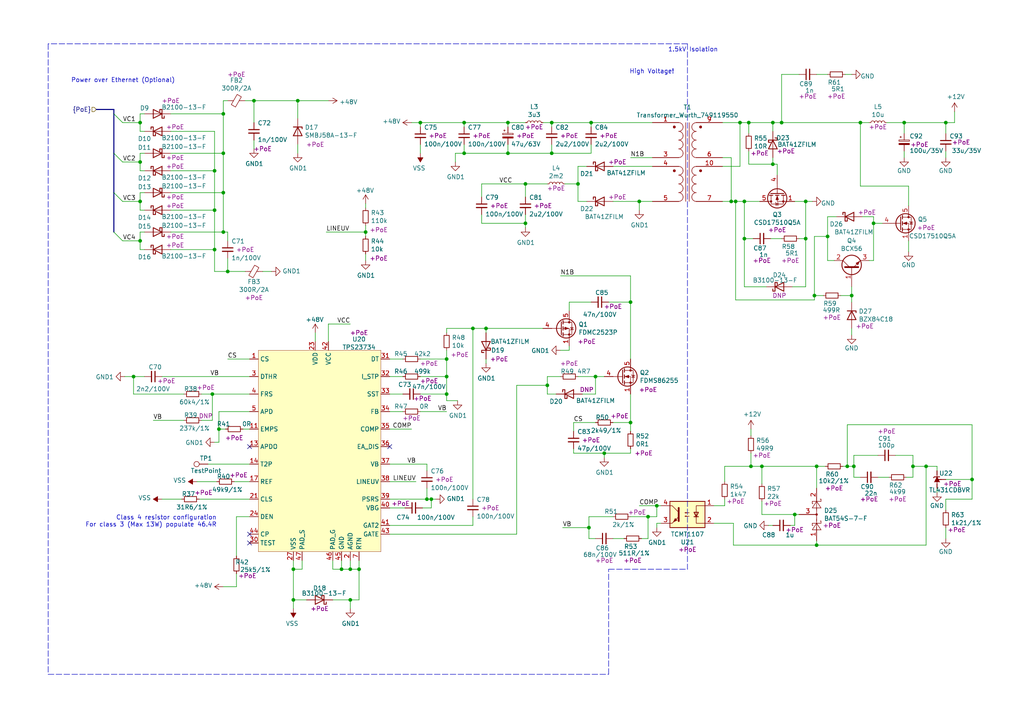
<source format=kicad_sch>
(kicad_sch (version 20210123) (generator eeschema)
  (paper "A4")
  (title_block (title "Power over Ethernet") (date "2021-01-12") (rev "0.1") (company "Nabu Casa") (comment 1 "www.nabucasa.com") (comment 2 "Light Blue"))
  (junction (at 38.735 109.22) (diameter 0.9144))
  (junction (at 40.64 35.56) (diameter 0.9144))
  (junction (at 40.64 46.99) (diameter 0.9144))
  (junction (at 40.64 58.42) (diameter 0.9144))
  (junction (at 40.64 69.85) (diameter 0.9144))
  (junction (at 61.595 114.3) (diameter 0.9144))
  (junction (at 62.23 49.53) (diameter 0.9144))
  (junction (at 62.23 60.96) (diameter 0.9144))
  (junction (at 62.23 72.39) (diameter 0.9144))
  (junction (at 63.5 124.46) (diameter 0.9144))
  (junction (at 64.77 33.02) (diameter 0.9144))
  (junction (at 64.77 44.45) (diameter 0.9144))
  (junction (at 64.77 55.88) (diameter 0.9144))
  (junction (at 64.77 67.31) (diameter 0.9144))
  (junction (at 66.04 78.74) (diameter 0.9144))
  (junction (at 73.66 29.21) (diameter 0.9144))
  (junction (at 85.09 165.1) (diameter 0.9144))
  (junction (at 85.09 173.99) (diameter 0.9144))
  (junction (at 86.36 29.21) (diameter 0.9144))
  (junction (at 99.06 165.1) (diameter 0.9144))
  (junction (at 101.6 165.1) (diameter 0.9144))
  (junction (at 101.6 173.99) (diameter 0.9144))
  (junction (at 104.14 165.1) (diameter 0.9144))
  (junction (at 106.045 67.31) (diameter 0.9144))
  (junction (at 121.92 35.56) (diameter 0.9144))
  (junction (at 123.825 144.78) (diameter 0.9144))
  (junction (at 125.095 144.78) (diameter 0.9144))
  (junction (at 129.54 104.14) (diameter 0.9144))
  (junction (at 129.54 109.22) (diameter 0.9144))
  (junction (at 129.54 114.3) (diameter 0.9144))
  (junction (at 134.62 35.56) (diameter 0.9144))
  (junction (at 134.62 44.45) (diameter 0.9144))
  (junction (at 137.16 95.25) (diameter 0.9144))
  (junction (at 140.97 95.25) (diameter 0.9144))
  (junction (at 147.32 35.56) (diameter 0.9144))
  (junction (at 147.32 44.45) (diameter 0.9144))
  (junction (at 152.4 53.34) (diameter 0.9144))
  (junction (at 152.4 64.77) (diameter 0.9144))
  (junction (at 158.75 111.76) (diameter 0.9144))
  (junction (at 160.02 35.56) (diameter 0.9144))
  (junction (at 160.02 44.45) (diameter 0.9144))
  (junction (at 167.64 53.34) (diameter 0.9144))
  (junction (at 170.815 153.035) (diameter 0.9144))
  (junction (at 171.45 35.56) (diameter 0.9144))
  (junction (at 172.72 109.22) (diameter 0.9144))
  (junction (at 175.26 131.445) (diameter 0.9144))
  (junction (at 182.88 87.63) (diameter 0.9144))
  (junction (at 182.88 122.555) (diameter 0.9144))
  (junction (at 185.42 58.42) (diameter 0.9144))
  (junction (at 187.96 149.86) (diameter 0.9144))
  (junction (at 190.5 146.685) (diameter 0.9144))
  (junction (at 212.09 58.42) (diameter 0.9144))
  (junction (at 213.36 58.42) (diameter 0.9144))
  (junction (at 214.63 35.56) (diameter 0.9144))
  (junction (at 215.9 58.42) (diameter 0.9144))
  (junction (at 215.9 69.215) (diameter 0.9144))
  (junction (at 217.17 35.56) (diameter 0.9144))
  (junction (at 217.805 135.255) (diameter 0.9144))
  (junction (at 220.98 135.255) (diameter 0.9144))
  (junction (at 224.155 35.56) (diameter 0.9144))
  (junction (at 224.155 47.625) (diameter 0.9144))
  (junction (at 226.695 35.56) (diameter 0.9144))
  (junction (at 230.505 149.225) (diameter 0.9144))
  (junction (at 233.68 58.42) (diameter 0.9144))
  (junction (at 233.68 69.215) (diameter 0.9144))
  (junction (at 236.22 85.725) (diameter 0.9144))
  (junction (at 236.855 135.255) (diameter 0.9144))
  (junction (at 236.855 158.115) (diameter 0.9144))
  (junction (at 240.03 68.58) (diameter 0.9144))
  (junction (at 245.745 135.255) (diameter 0.9144))
  (junction (at 247.015 85.725) (diameter 0.9144))
  (junction (at 247.65 135.255) (diameter 0.9144))
  (junction (at 249.555 35.56) (diameter 0.9144))
  (junction (at 253.365 64.77) (diameter 0.9144))
  (junction (at 262.255 35.56) (diameter 0.9144))
  (junction (at 264.795 135.255) (diameter 0.9144))
  (junction (at 268.605 135.255) (diameter 0.9144))
  (junction (at 274.32 35.56) (diameter 0.9144))
  (junction (at 281.94 139.065) (diameter 0.9144))
  (no_connect (at 72.39 129.54))
  (no_connect (at 72.39 154.94))
  (no_connect (at 72.39 157.48))
  (no_connect (at 113.03 129.54))
  (bus_entry (at 33.02 33.02) (size 2.54 2.54) (stroke (width 0.1524)))
  (bus_entry (at 33.02 44.45) (size 2.54 2.54) (stroke (width 0.1524)))
  (bus_entry (at 33.02 55.88) (size 2.54 2.54) (stroke (width 0.1524)))
  (bus_entry (at 33.02 67.31) (size 2.54 2.54) (stroke (width 0.1524)))
  (wire (pts (xy 35.56 35.56) (xy 40.64 35.56)))
  (wire (pts (xy 35.56 46.99) (xy 40.64 46.99)))
  (wire (pts (xy 35.56 58.42) (xy 40.64 58.42)))
  (wire (pts (xy 35.56 69.85) (xy 40.64 69.85)))
  (wire (pts (xy 36.195 109.22) (xy 38.735 109.22)))
  (wire (pts (xy 38.735 109.22) (xy 41.91 109.22)))
  (wire (pts (xy 38.735 114.3) (xy 38.735 109.22)))
  (wire (pts (xy 40.64 33.02) (xy 40.64 35.56)))
  (wire (pts (xy 40.64 38.1) (xy 40.64 35.56)))
  (wire (pts (xy 40.64 44.45) (xy 40.64 46.99)))
  (wire (pts (xy 40.64 49.53) (xy 40.64 46.99)))
  (wire (pts (xy 40.64 55.88) (xy 40.64 58.42)))
  (wire (pts (xy 40.64 60.96) (xy 40.64 58.42)))
  (wire (pts (xy 40.64 67.31) (xy 40.64 69.85)))
  (wire (pts (xy 40.64 72.39) (xy 40.64 69.85)))
  (wire (pts (xy 41.91 33.02) (xy 40.64 33.02)))
  (wire (pts (xy 41.91 38.1) (xy 40.64 38.1)))
  (wire (pts (xy 41.91 44.45) (xy 40.64 44.45)))
  (wire (pts (xy 41.91 49.53) (xy 40.64 49.53)))
  (wire (pts (xy 41.91 55.88) (xy 40.64 55.88)))
  (wire (pts (xy 41.91 60.96) (xy 40.64 60.96)))
  (wire (pts (xy 41.91 67.31) (xy 40.64 67.31)))
  (wire (pts (xy 41.91 72.39) (xy 40.64 72.39)))
  (wire (pts (xy 44.45 121.92) (xy 53.34 121.92)))
  (wire (pts (xy 46.99 109.22) (xy 72.39 109.22)))
  (wire (pts (xy 46.99 144.78) (xy 52.705 144.78)))
  (wire (pts (xy 49.53 33.02) (xy 64.77 33.02)))
  (wire (pts (xy 49.53 38.1) (xy 62.23 38.1)))
  (wire (pts (xy 49.53 44.45) (xy 64.77 44.45)))
  (wire (pts (xy 49.53 49.53) (xy 62.23 49.53)))
  (wire (pts (xy 49.53 55.88) (xy 64.77 55.88)))
  (wire (pts (xy 49.53 60.96) (xy 62.23 60.96)))
  (wire (pts (xy 49.53 67.31) (xy 64.77 67.31)))
  (wire (pts (xy 49.53 72.39) (xy 62.23 72.39)))
  (wire (pts (xy 53.34 114.3) (xy 38.735 114.3)))
  (wire (pts (xy 57.15 139.7) (xy 62.865 139.7)))
  (wire (pts (xy 57.785 144.78) (xy 72.39 144.78)))
  (wire (pts (xy 58.42 114.3) (xy 61.595 114.3)))
  (wire (pts (xy 58.42 121.92) (xy 61.595 121.92)))
  (wire (pts (xy 60.325 134.62) (xy 72.39 134.62)))
  (wire (pts (xy 61.595 114.3) (xy 72.39 114.3)))
  (wire (pts (xy 61.595 121.92) (xy 61.595 114.3)))
  (wire (pts (xy 62.23 38.1) (xy 62.23 49.53)))
  (wire (pts (xy 62.23 49.53) (xy 62.23 60.96)))
  (wire (pts (xy 62.23 60.96) (xy 62.23 72.39)))
  (wire (pts (xy 62.23 72.39) (xy 62.23 78.74)))
  (wire (pts (xy 62.23 78.74) (xy 66.04 78.74)))
  (wire (pts (xy 63.5 119.38) (xy 63.5 124.46)))
  (wire (pts (xy 63.5 119.38) (xy 72.39 119.38)))
  (wire (pts (xy 63.5 124.46) (xy 63.5 128.27)))
  (wire (pts (xy 63.5 124.46) (xy 65.405 124.46)))
  (wire (pts (xy 63.5 128.27) (xy 62.23 128.27)))
  (wire (pts (xy 64.77 29.21) (xy 64.77 33.02)))
  (wire (pts (xy 64.77 29.21) (xy 66.04 29.21)))
  (wire (pts (xy 64.77 33.02) (xy 64.77 44.45)))
  (wire (pts (xy 64.77 44.45) (xy 64.77 55.88)))
  (wire (pts (xy 64.77 55.88) (xy 64.77 67.31)))
  (wire (pts (xy 64.77 67.31) (xy 66.04 67.31)))
  (wire (pts (xy 66.04 67.31) (xy 66.04 69.85)))
  (wire (pts (xy 66.04 74.93) (xy 66.04 78.74)))
  (wire (pts (xy 66.04 78.74) (xy 71.12 78.74)))
  (wire (pts (xy 66.04 104.14) (xy 72.39 104.14)))
  (wire (pts (xy 67.945 139.7) (xy 72.39 139.7)))
  (wire (pts (xy 68.58 149.86) (xy 68.58 161.29)))
  (wire (pts (xy 68.58 166.37) (xy 68.58 170.18)))
  (wire (pts (xy 68.58 170.18) (xy 64.77 170.18)))
  (wire (pts (xy 70.485 124.46) (xy 72.39 124.46)))
  (wire (pts (xy 71.12 29.21) (xy 73.66 29.21)))
  (wire (pts (xy 72.39 149.86) (xy 68.58 149.86)))
  (wire (pts (xy 73.66 29.21) (xy 73.66 35.56)))
  (wire (pts (xy 73.66 29.21) (xy 86.36 29.21)))
  (wire (pts (xy 73.66 40.64) (xy 73.66 43.18)))
  (wire (pts (xy 76.2 78.74) (xy 78.74 78.74)))
  (wire (pts (xy 85.09 165.1) (xy 85.09 162.56)))
  (wire (pts (xy 85.09 165.1) (xy 85.09 173.99)))
  (wire (pts (xy 85.09 173.99) (xy 85.09 176.53)))
  (wire (pts (xy 85.09 173.99) (xy 88.9 173.99)))
  (wire (pts (xy 86.36 29.21) (xy 95.25 29.21)))
  (wire (pts (xy 86.36 34.29) (xy 86.36 29.21)))
  (wire (pts (xy 86.36 41.91) (xy 86.36 44.45)))
  (wire (pts (xy 87.63 162.56) (xy 87.63 165.1)))
  (wire (pts (xy 87.63 165.1) (xy 85.09 165.1)))
  (wire (pts (xy 91.44 96.52) (xy 91.44 99.06)))
  (wire (pts (xy 94.615 67.31) (xy 106.045 67.31)))
  (wire (pts (xy 95.25 93.98) (xy 101.6 93.98)))
  (wire (pts (xy 95.25 99.06) (xy 95.25 93.98)))
  (wire (pts (xy 96.52 162.56) (xy 96.52 165.1)))
  (wire (pts (xy 96.52 165.1) (xy 99.06 165.1)))
  (wire (pts (xy 96.52 173.99) (xy 101.6 173.99)))
  (wire (pts (xy 99.06 162.56) (xy 99.06 165.1)))
  (wire (pts (xy 99.06 165.1) (xy 101.6 165.1)))
  (wire (pts (xy 101.6 162.56) (xy 101.6 165.1)))
  (wire (pts (xy 101.6 165.1) (xy 104.14 165.1)))
  (wire (pts (xy 101.6 173.99) (xy 101.6 176.53)))
  (wire (pts (xy 104.14 165.1) (xy 104.14 162.56)))
  (wire (pts (xy 104.14 165.1) (xy 104.14 173.99)))
  (wire (pts (xy 104.14 173.99) (xy 101.6 173.99)))
  (wire (pts (xy 106.045 59.055) (xy 106.045 60.325)))
  (wire (pts (xy 106.045 65.405) (xy 106.045 67.31)))
  (wire (pts (xy 106.045 67.31) (xy 106.045 68.58)))
  (wire (pts (xy 106.045 73.66) (xy 106.045 75.565)))
  (wire (pts (xy 113.03 104.14) (xy 116.84 104.14)))
  (wire (pts (xy 113.03 109.22) (xy 116.84 109.22)))
  (wire (pts (xy 113.03 114.3) (xy 116.84 114.3)))
  (wire (pts (xy 113.03 119.38) (xy 116.84 119.38)))
  (wire (pts (xy 113.03 124.46) (xy 119.38 124.46)))
  (wire (pts (xy 113.03 134.62) (xy 123.825 134.62)))
  (wire (pts (xy 113.03 139.7) (xy 120.65 139.7)))
  (wire (pts (xy 113.03 144.78) (xy 123.825 144.78)))
  (wire (pts (xy 113.03 147.32) (xy 117.475 147.32)))
  (wire (pts (xy 113.03 152.4) (xy 137.16 152.4)))
  (wire (pts (xy 113.03 154.94) (xy 149.86 154.94)))
  (wire (pts (xy 119.38 35.56) (xy 121.92 35.56)))
  (wire (pts (xy 121.92 35.56) (xy 121.92 36.83)))
  (wire (pts (xy 121.92 35.56) (xy 134.62 35.56)))
  (wire (pts (xy 121.92 41.91) (xy 121.92 44.45)))
  (wire (pts (xy 121.92 104.14) (xy 129.54 104.14)))
  (wire (pts (xy 121.92 109.22) (xy 129.54 109.22)))
  (wire (pts (xy 121.92 114.3) (xy 129.54 114.3)))
  (wire (pts (xy 121.92 119.38) (xy 129.54 119.38)))
  (wire (pts (xy 122.555 147.32) (xy 125.095 147.32)))
  (wire (pts (xy 123.825 134.62) (xy 123.825 136.525)))
  (wire (pts (xy 123.825 141.605) (xy 123.825 144.78)))
  (wire (pts (xy 123.825 144.78) (xy 125.095 144.78)))
  (wire (pts (xy 125.095 144.78) (xy 126.365 144.78)))
  (wire (pts (xy 125.095 147.32) (xy 125.095 144.78)))
  (wire (pts (xy 129.54 95.25) (xy 129.54 96.52)))
  (wire (pts (xy 129.54 101.6) (xy 129.54 104.14)))
  (wire (pts (xy 129.54 104.14) (xy 129.54 109.22)))
  (wire (pts (xy 129.54 109.22) (xy 129.54 114.3)))
  (wire (pts (xy 129.54 116.205) (xy 129.54 114.3)))
  (wire (pts (xy 132.08 44.45) (xy 132.08 46.99)))
  (wire (pts (xy 132.715 116.205) (xy 129.54 116.205)))
  (wire (pts (xy 134.62 35.56) (xy 134.62 36.83)))
  (wire (pts (xy 134.62 35.56) (xy 147.32 35.56)))
  (wire (pts (xy 134.62 41.91) (xy 134.62 44.45)))
  (wire (pts (xy 134.62 44.45) (xy 132.08 44.45)))
  (wire (pts (xy 134.62 44.45) (xy 147.32 44.45)))
  (wire (pts (xy 137.16 95.25) (xy 129.54 95.25)))
  (wire (pts (xy 137.16 95.25) (xy 137.16 144.78)))
  (wire (pts (xy 137.16 152.4) (xy 137.16 149.86)))
  (wire (pts (xy 139.7 53.34) (xy 139.7 57.15)))
  (wire (pts (xy 139.7 53.34) (xy 152.4 53.34)))
  (wire (pts (xy 139.7 62.23) (xy 139.7 64.77)))
  (wire (pts (xy 139.7 64.77) (xy 152.4 64.77)))
  (wire (pts (xy 140.97 95.25) (xy 137.16 95.25)))
  (wire (pts (xy 140.97 95.25) (xy 140.97 96.52)))
  (wire (pts (xy 140.97 104.14) (xy 140.97 105.41)))
  (wire (pts (xy 147.32 35.56) (xy 147.32 36.83)))
  (wire (pts (xy 147.32 35.56) (xy 152.4 35.56)))
  (wire (pts (xy 147.32 41.91) (xy 147.32 44.45)))
  (wire (pts (xy 147.32 44.45) (xy 160.02 44.45)))
  (wire (pts (xy 149.86 111.76) (xy 158.75 111.76)))
  (wire (pts (xy 149.86 154.94) (xy 149.86 111.76)))
  (wire (pts (xy 152.4 53.34) (xy 152.4 57.15)))
  (wire (pts (xy 152.4 62.23) (xy 152.4 64.77)))
  (wire (pts (xy 152.4 64.77) (xy 152.4 66.04)))
  (wire (pts (xy 157.48 35.56) (xy 160.02 35.56)))
  (wire (pts (xy 157.48 95.25) (xy 140.97 95.25)))
  (wire (pts (xy 158.75 53.34) (xy 152.4 53.34)))
  (wire (pts (xy 158.75 109.22) (xy 162.56 109.22)))
  (wire (pts (xy 158.75 111.76) (xy 158.75 109.22)))
  (wire (pts (xy 158.75 114.3) (xy 158.75 111.76)))
  (wire (pts (xy 160.02 35.56) (xy 160.02 36.83)))
  (wire (pts (xy 160.02 35.56) (xy 171.45 35.56)))
  (wire (pts (xy 160.02 41.91) (xy 160.02 44.45)))
  (wire (pts (xy 160.02 44.45) (xy 171.45 44.45)))
  (wire (pts (xy 161.29 114.3) (xy 158.75 114.3)))
  (wire (pts (xy 162.56 80.01) (xy 182.88 80.01)))
  (wire (pts (xy 163.195 153.035) (xy 170.815 153.035)))
  (wire (pts (xy 163.83 53.34) (xy 167.64 53.34)))
  (wire (pts (xy 165.1 87.63) (xy 165.1 90.17)))
  (wire (pts (xy 165.1 100.33) (xy 165.1 101.6)))
  (wire (pts (xy 165.1 101.6) (xy 162.56 101.6)))
  (wire (pts (xy 166.37 122.555) (xy 166.37 125.095)))
  (wire (pts (xy 166.37 131.445) (xy 166.37 130.175)))
  (wire (pts (xy 167.64 48.26) (xy 167.64 53.34)))
  (wire (pts (xy 167.64 53.34) (xy 167.64 58.42)))
  (wire (pts (xy 167.64 58.42) (xy 170.18 58.42)))
  (wire (pts (xy 168.91 114.3) (xy 172.72 114.3)))
  (wire (pts (xy 170.18 48.26) (xy 167.64 48.26)))
  (wire (pts (xy 170.815 149.86) (xy 170.815 153.035)))
  (wire (pts (xy 170.815 156.21) (xy 170.815 153.035)))
  (wire (pts (xy 171.45 35.56) (xy 171.45 36.83)))
  (wire (pts (xy 171.45 35.56) (xy 189.23 35.56)))
  (wire (pts (xy 171.45 41.91) (xy 171.45 44.45)))
  (wire (pts (xy 171.45 87.63) (xy 165.1 87.63)))
  (wire (pts (xy 172.72 109.22) (xy 167.64 109.22)))
  (wire (pts (xy 172.72 109.22) (xy 175.26 109.22)))
  (wire (pts (xy 172.72 114.3) (xy 172.72 109.22)))
  (wire (pts (xy 172.72 122.555) (xy 166.37 122.555)))
  (wire (pts (xy 172.72 156.21) (xy 170.815 156.21)))
  (wire (pts (xy 175.26 131.445) (xy 166.37 131.445)))
  (wire (pts (xy 175.26 131.445) (xy 175.26 132.715)))
  (wire (pts (xy 176.53 87.63) (xy 182.88 87.63)))
  (wire (pts (xy 177.8 48.26) (xy 189.23 48.26)))
  (wire (pts (xy 177.8 58.42) (xy 185.42 58.42)))
  (wire (pts (xy 177.8 122.555) (xy 182.88 122.555)))
  (wire (pts (xy 177.8 149.86) (xy 170.815 149.86)))
  (wire (pts (xy 177.8 156.21) (xy 180.975 156.21)))
  (wire (pts (xy 182.88 45.72) (xy 189.23 45.72)))
  (wire (pts (xy 182.88 87.63) (xy 182.88 80.01)))
  (wire (pts (xy 182.88 104.14) (xy 182.88 87.63)))
  (wire (pts (xy 182.88 114.3) (xy 182.88 122.555)))
  (wire (pts (xy 182.88 122.555) (xy 182.88 125.095)))
  (wire (pts (xy 182.88 130.175) (xy 182.88 131.445)))
  (wire (pts (xy 182.88 131.445) (xy 175.26 131.445)))
  (wire (pts (xy 182.88 149.86) (xy 187.96 149.86)))
  (wire (pts (xy 185.42 58.42) (xy 185.42 60.96)))
  (wire (pts (xy 185.42 58.42) (xy 189.23 58.42)))
  (wire (pts (xy 186.055 156.21) (xy 187.96 156.21)))
  (wire (pts (xy 187.96 149.86) (xy 190.5 149.86)))
  (wire (pts (xy 187.96 156.21) (xy 187.96 149.86)))
  (wire (pts (xy 190.5 146.685) (xy 185.42 146.685)))
  (wire (pts (xy 190.5 149.86) (xy 190.5 146.685)))
  (wire (pts (xy 190.5 151.765) (xy 190.5 153.035)))
  (wire (pts (xy 191.77 146.685) (xy 190.5 146.685)))
  (wire (pts (xy 191.77 151.765) (xy 190.5 151.765)))
  (wire (pts (xy 207.01 146.685) (xy 210.185 146.685)))
  (wire (pts (xy 209.55 35.56) (xy 214.63 35.56)))
  (wire (pts (xy 209.55 45.72) (xy 212.09 45.72)))
  (wire (pts (xy 210.185 135.255) (xy 217.805 135.255)))
  (wire (pts (xy 210.185 139.7) (xy 210.185 135.255)))
  (wire (pts (xy 210.185 146.685) (xy 210.185 144.78)))
  (wire (pts (xy 212.09 45.72) (xy 212.09 58.42)))
  (wire (pts (xy 212.09 58.42) (xy 209.55 58.42)))
  (wire (pts (xy 212.09 58.42) (xy 213.36 58.42)))
  (wire (pts (xy 212.725 151.765) (xy 207.01 151.765)))
  (wire (pts (xy 212.725 151.765) (xy 212.725 158.115)))
  (wire (pts (xy 212.725 158.115) (xy 236.855 158.115)))
  (wire (pts (xy 213.36 58.42) (xy 213.36 86.995)))
  (wire (pts (xy 213.36 58.42) (xy 215.9 58.42)))
  (wire (pts (xy 213.36 86.995) (xy 236.22 86.995)))
  (wire (pts (xy 214.63 35.56) (xy 214.63 48.26)))
  (wire (pts (xy 214.63 35.56) (xy 217.17 35.56)))
  (wire (pts (xy 214.63 48.26) (xy 209.55 48.26)))
  (wire (pts (xy 215.9 58.42) (xy 220.345 58.42)))
  (wire (pts (xy 215.9 69.215) (xy 215.9 58.42)))
  (wire (pts (xy 215.9 69.215) (xy 218.44 69.215)))
  (wire (pts (xy 215.9 83.185) (xy 215.9 69.215)))
  (wire (pts (xy 217.17 35.56) (xy 217.17 38.735)))
  (wire (pts (xy 217.17 35.56) (xy 224.155 35.56)))
  (wire (pts (xy 217.17 47.625) (xy 217.17 43.815)))
  (wire (pts (xy 217.805 124.46) (xy 217.805 126.365)))
  (wire (pts (xy 217.805 131.445) (xy 217.805 135.255)))
  (wire (pts (xy 220.98 135.255) (xy 217.805 135.255)))
  (wire (pts (xy 220.98 135.255) (xy 236.855 135.255)))
  (wire (pts (xy 220.98 140.335) (xy 220.98 135.255)))
  (wire (pts (xy 220.98 149.225) (xy 220.98 145.415)))
  (wire (pts (xy 222.25 83.185) (xy 215.9 83.185)))
  (wire (pts (xy 222.885 152.4) (xy 224.155 152.4)))
  (wire (pts (xy 223.52 69.215) (xy 226.695 69.215)))
  (wire (pts (xy 224.155 35.56) (xy 224.155 38.1)))
  (wire (pts (xy 224.155 35.56) (xy 226.695 35.56)))
  (wire (pts (xy 224.155 45.72) (xy 224.155 47.625)))
  (wire (pts (xy 224.155 47.625) (xy 217.17 47.625)))
  (wire (pts (xy 225.425 47.625) (xy 224.155 47.625)))
  (wire (pts (xy 225.425 50.8) (xy 225.425 47.625)))
  (wire (pts (xy 226.695 21.59) (xy 226.695 35.56)))
  (wire (pts (xy 226.695 35.56) (xy 249.555 35.56)))
  (wire (pts (xy 229.235 152.4) (xy 230.505 152.4)))
  (wire (pts (xy 230.505 58.42) (xy 233.68 58.42)))
  (wire (pts (xy 230.505 149.225) (xy 220.98 149.225)))
  (wire (pts (xy 230.505 152.4) (xy 230.505 149.225)))
  (wire (pts (xy 231.775 21.59) (xy 226.695 21.59)))
  (wire (pts (xy 231.775 69.215) (xy 233.68 69.215)))
  (wire (pts (xy 231.775 149.225) (xy 230.505 149.225)))
  (wire (pts (xy 233.68 58.42) (xy 233.68 69.215)))
  (wire (pts (xy 233.68 58.42) (xy 235.585 58.42)))
  (wire (pts (xy 233.68 69.215) (xy 233.68 83.185)))
  (wire (pts (xy 233.68 83.185) (xy 229.87 83.185)))
  (wire (pts (xy 236.22 68.58) (xy 240.03 68.58)))
  (wire (pts (xy 236.22 85.725) (xy 236.22 68.58)))
  (wire (pts (xy 236.22 85.725) (xy 238.76 85.725)))
  (wire (pts (xy 236.22 86.995) (xy 236.22 85.725)))
  (wire (pts (xy 236.855 21.59) (xy 240.03 21.59)))
  (wire (pts (xy 236.855 135.255) (xy 236.855 141.605)))
  (wire (pts (xy 236.855 135.255) (xy 239.395 135.255)))
  (wire (pts (xy 236.855 156.845) (xy 236.855 158.115)))
  (wire (pts (xy 236.855 158.115) (xy 268.605 158.115)))
  (wire (pts (xy 240.03 62.865) (xy 240.03 68.58)))
  (wire (pts (xy 240.03 68.58) (xy 240.03 75.565)))
  (wire (pts (xy 240.03 75.565) (xy 241.935 75.565)))
  (wire (pts (xy 242.57 62.865) (xy 240.03 62.865)))
  (wire (pts (xy 243.84 85.725) (xy 247.015 85.725)))
  (wire (pts (xy 244.475 135.255) (xy 245.745 135.255)))
  (wire (pts (xy 245.11 21.59) (xy 247.015 21.59)))
  (wire (pts (xy 245.745 123.19) (xy 245.745 135.255)))
  (wire (pts (xy 245.745 135.255) (xy 247.65 135.255)))
  (wire (pts (xy 247.015 83.185) (xy 247.015 85.725)))
  (wire (pts (xy 247.015 85.725) (xy 247.015 87.63)))
  (wire (pts (xy 247.015 95.25) (xy 247.015 97.155)))
  (wire (pts (xy 247.65 132.08) (xy 247.65 135.255)))
  (wire (pts (xy 247.65 135.255) (xy 247.65 138.43)))
  (wire (pts (xy 249.555 35.56) (xy 252.095 35.56)))
  (wire (pts (xy 249.555 53.975) (xy 249.555 35.56)))
  (wire (pts (xy 249.555 138.43) (xy 247.65 138.43)))
  (wire (pts (xy 250.19 62.865) (xy 253.365 62.865)))
  (wire (pts (xy 253.365 62.865) (xy 253.365 64.77)))
  (wire (pts (xy 253.365 64.77) (xy 253.365 75.565)))
  (wire (pts (xy 253.365 64.77) (xy 255.905 64.77)))
  (wire (pts (xy 253.365 75.565) (xy 252.095 75.565)))
  (wire (pts (xy 254.635 132.08) (xy 247.65 132.08)))
  (wire (pts (xy 254.635 138.43) (xy 257.81 138.43)))
  (wire (pts (xy 257.175 35.56) (xy 262.255 35.56)))
  (wire (pts (xy 259.715 132.08) (xy 264.795 132.08)))
  (wire (pts (xy 262.255 35.56) (xy 262.255 38.735)))
  (wire (pts (xy 262.255 35.56) (xy 274.32 35.56)))
  (wire (pts (xy 262.255 43.815) (xy 262.255 45.72)))
  (wire (pts (xy 262.89 138.43) (xy 264.795 138.43)))
  (wire (pts (xy 263.525 53.975) (xy 249.555 53.975)))
  (wire (pts (xy 263.525 59.69) (xy 263.525 53.975)))
  (wire (pts (xy 263.525 69.85) (xy 263.525 73.025)))
  (wire (pts (xy 264.795 135.255) (xy 264.795 132.08)))
  (wire (pts (xy 264.795 135.255) (xy 268.605 135.255)))
  (wire (pts (xy 264.795 138.43) (xy 264.795 135.255)))
  (wire (pts (xy 268.605 135.255) (xy 268.605 158.115)))
  (wire (pts (xy 271.78 135.255) (xy 268.605 135.255)))
  (wire (pts (xy 271.78 136.525) (xy 271.78 135.255)))
  (wire (pts (xy 271.78 141.605) (xy 271.78 142.875)))
  (wire (pts (xy 274.32 35.56) (xy 274.32 38.735)))
  (wire (pts (xy 274.32 35.56) (xy 276.86 35.56)))
  (wire (pts (xy 274.32 43.815) (xy 274.32 45.72)))
  (wire (pts (xy 274.32 139.065) (xy 281.94 139.065)))
  (wire (pts (xy 274.32 144.78) (xy 274.32 147.955)))
  (wire (pts (xy 274.32 153.035) (xy 274.32 156.21)))
  (wire (pts (xy 276.86 35.56) (xy 276.86 32.385)))
  (wire (pts (xy 281.94 123.19) (xy 245.745 123.19)))
  (wire (pts (xy 281.94 139.065) (xy 281.94 123.19)))
  (wire (pts (xy 281.94 139.065) (xy 281.94 144.78)))
  (wire (pts (xy 281.94 144.78) (xy 274.32 144.78)))
  (bus (pts (xy 27.94 31.75) (xy 33.02 31.75)))
  (bus (pts (xy 33.02 31.75) (xy 33.02 33.02)))
  (bus (pts (xy 33.02 33.02) (xy 33.02 44.45)))
  (bus (pts (xy 33.02 44.45) (xy 33.02 55.88)))
  (bus (pts (xy 33.02 55.88) (xy 33.02 67.31)))
  (polyline (pts (xy 13.97 12.7) (xy 13.97 195.58)) (stroke (width 0) (type dash)))
  (polyline (pts (xy 13.97 195.58) (xy 176.53 195.58)) (stroke (width 0) (type dash)))
  (polyline (pts (xy 176.53 165.1) (xy 199.39 165.1)) (stroke (width 0) (type dash)))
  (polyline (pts (xy 176.53 195.58) (xy 176.53 165.1)) (stroke (width 0) (type dash)))
  (polyline (pts (xy 199.39 12.7) (xy 13.97 12.7)) (stroke (width 0) (type dash)))
  (polyline (pts (xy 199.39 12.7) (xy 199.39 165.1)) (stroke (width 0) (type dash)))
  (text "Power over Ethernet (Optional)" (at 50.8 24.13 180) (effects (font (size 1.27 1.27)) (justify right bottom)))
  (text "Class 4 resistor configuration\nFor class 3 (Max 13W) populate 46.4R" (at 62.865 153.035 0) (effects (font (size 1.27 1.27)) (justify right bottom)))
  (text "High Voltage!" (at 195.58 21.59 180) (effects (font (size 1.27 1.27)) (justify right bottom)))
  (text "1.5kV Isolation" (at 208.28 15.24 180) (effects (font (size 1.27 1.27)) (justify right bottom)))
  (label "VC1" (at 39.37 35.56 180))
  (label "VC2" (at 39.37 46.99 180))
  (label "VC3" (at 39.37 58.42 180))
  (label "VC4" (at 39.37 69.85 180))
  (label "VB" (at 44.45 121.92 0))
  (label "VB" (at 60.96 109.22 0))
  (label "CS" (at 66.04 104.14 0))
  (label "LINEUV" (at 94.615 67.31 0))
  (label "VCC" (at 101.6 93.98 180))
  (label "COMP" (at 119.38 124.46 180))
  (label "VB" (at 120.65 134.62 180))
  (label "LINEUV" (at 120.65 139.7 180))
  (label "VB" (at 129.54 119.38 180))
  (label "VCC" (at 144.78 53.34 0))
  (label "N1B" (at 162.56 80.01 0))
  (label "VB" (at 163.195 153.035 0))
  (label "CS" (at 166.37 122.555 0))
  (label "N1B" (at 182.88 45.72 0))
  (label "COMP" (at 185.42 146.685 0))
  (hierarchical_label "{PoE}" (shape input) (at 27.94 31.75 180))
  (symbol (lib_id "Device:L_Small") (at 154.94 35.56 90) (unit 1)
    (property "Reference" "L3" (at 154.94 30.9688 90))
    (property "Value" "3u3" (at 154.94 33.267 90))
    (property "Footprint" "Inductor_SMD:L_Bourns_SRN6045TA" (effects hide))
    (property "Config" "+PoE" (at 154.94 36.83 90))
    (property "Manufacturer" "Bourns" (effects hide))
    (property "PartNumber" "SRN6045TA-3R3Y" (effects hide))
  )
  (symbol (lib_id "Device:L_Small") (at 161.29 53.34 90) (unit 1)
    (property "Reference" "L4" (at 161.29 48.7488 90))
    (property "Value" "2m2" (at 161.29 51.047 90))
    (property "Footprint" "LightBlue:L_Bourns-SDR1006" (effects hide))
    (property "Config" "+PoE" (at 161.29 54.61 90))
    (property "Manufacturer" "Bourns" (effects hide))
    (property "PartNumber" "SDR1006-222KL" (effects hide))
  )
  (symbol (lib_id "Device:L_Small") (at 254.635 35.56 90) (unit 1)
    (property "Reference" "L5" (at 254.635 30.9688 90))
    (property "Value" "10u" (at 254.635 33.267 90))
    (property "Footprint" "Inductor_SMD:L_Bourns_SRR1260" (effects hide))
    (property "Config" "+PoE" (at 254.635 36.83 90))
    (property "Manufacturer" "Bourns" (effects hide))
    (property "PartNumber" "SRR1260-100M" (effects hide))
  )
  (symbol (lib_id "Connector:TestPoint") (at 60.325 134.62 90) (unit 1)
    (property "Reference" "TP1" (at 59.7535 132.9498 90))
    (property "Value" "TestPoint" (at 59.7535 136.5185 90))
    (property "Footprint" "TestPoint:TestPoint_Pad_D2.0mm" (effects hide))
  )
  (symbol (lib_id "power:VSS") (at 46.99 144.78 90) (unit 1)
    (property "Reference" "#PWR0255" (effects hide))
    (property "Value" "VSS" (at 43.8149 144.4117 90) (effects (justify left)))
  )
  (symbol (lib_id "power:VSS") (at 57.15 139.7 90) (unit 1)
    (property "Reference" "#PWR0248" (effects hide))
    (property "Value" "VSS" (at 53.9749 139.3317 90) (effects (justify left)))
  )
  (symbol (lib_id "power:+48V") (at 64.77 170.18 90) (unit 1)
    (property "Reference" "#PWR0256" (effects hide))
    (property "Value" "+48V" (at 61.5949 169.8117 90) (effects (justify left)))
  )
  (symbol (lib_id "power:VSS") (at 85.09 176.53 180) (unit 1)
    (property "Reference" "#PWR0251" (effects hide))
    (property "Value" "VSS" (at 84.7217 180.8544 0))
  )
  (symbol (lib_id "power:+48V") (at 91.44 96.52 0) (unit 1)
    (property "Reference" "#PWR0253" (effects hide))
    (property "Value" "+48V" (at 88.6333 92.7099 0) (effects (justify left)))
  )
  (symbol (lib_id "power:+48V") (at 95.25 29.21 270) (unit 1)
    (property "Reference" "#PWR0246" (effects hide))
    (property "Value" "+48V" (at 98.4251 29.5783 90) (effects (justify left)))
  )
  (symbol (lib_id "power:+48V") (at 106.045 59.055 0) (unit 1)
    (property "Reference" "#PWR0260" (effects hide))
    (property "Value" "+48V" (at 103.2383 55.2449 0) (effects (justify left)))
  )
  (symbol (lib_id "power:+48V") (at 119.38 35.56 90) (unit 1)
    (property "Reference" "#PWR0244" (effects hide))
    (property "Value" "+48V" (at 116.2049 35.1917 90) (effects (justify left)))
  )
  (symbol (lib_id "power:VSS") (at 121.92 44.45 180) (unit 1)
    (property "Reference" "#PWR0259" (effects hide))
    (property "Value" "VSS" (at 121.5517 48.7744 0))
  )
  (symbol (lib_id "power:+12V") (at 217.805 124.46 0) (unit 1)
    (property "Reference" "#PWR0268" (effects hide))
    (property "Value" "+12V" (at 218.1733 120.1356 0))
  )
  (symbol (lib_id "power:+12V") (at 276.86 32.385 0) (unit 1)
    (property "Reference" "#PWR0277" (effects hide))
    (property "Value" "+12V" (at 277.2283 28.0606 0))
  )
  (symbol (lib_id "power:GND1") (at 36.195 109.22 270) (unit 1)
    (property "Reference" "#PWR0247" (effects hide))
    (property "Value" "GND1" (at 33.0199 109.3343 90) (effects (justify right)))
  )
  (symbol (lib_id "power:GND1") (at 62.23 128.27 270) (unit 1)
    (property "Reference" "#PWR0249" (effects hide))
    (property "Value" "GND1" (at 59.0549 128.3843 90) (effects (justify right)))
  )
  (symbol (lib_id "power:GND1") (at 73.66 43.18 0) (unit 1)
    (property "Reference" "#PWR0254" (effects hide))
    (property "Value" "GND1" (at 73.7743 47.5044 0))
  )
  (symbol (lib_id "power:GND1") (at 78.74 78.74 90) (unit 1)
    (property "Reference" "#PWR0252" (effects hide))
    (property "Value" "GND1" (at 81.9151 78.6257 90) (effects (justify right)))
  )
  (symbol (lib_id "power:GND1") (at 86.36 44.45 0) (unit 1)
    (property "Reference" "#PWR0245" (effects hide))
    (property "Value" "GND1" (at 86.4743 48.7744 0))
  )
  (symbol (lib_id "power:GND1") (at 101.6 176.53 0) (unit 1)
    (property "Reference" "#PWR0250" (effects hide))
    (property "Value" "GND1" (at 101.7143 180.8544 0))
  )
  (symbol (lib_id "power:GND1") (at 106.045 75.565 0) (unit 1)
    (property "Reference" "#PWR0261" (effects hide))
    (property "Value" "GND1" (at 106.1593 79.8894 0))
  )
  (symbol (lib_id "power:GND1") (at 126.365 144.78 90) (unit 1)
    (property "Reference" "#PWR0257" (effects hide))
    (property "Value" "GND1" (at 129.5401 144.6657 90) (effects (justify right)))
  )
  (symbol (lib_id "power:GND1") (at 132.08 46.99 0) (unit 1)
    (property "Reference" "#PWR0258" (effects hide))
    (property "Value" "GND1" (at 132.1943 51.3144 0))
  )
  (symbol (lib_id "power:GND1") (at 132.715 116.205 0) (unit 1)
    (property "Reference" "#PWR0265" (effects hide))
    (property "Value" "GND1" (at 132.8293 120.5294 0))
  )
  (symbol (lib_id "power:GND1") (at 140.97 105.41 0) (unit 1)
    (property "Reference" "#PWR0263" (effects hide))
    (property "Value" "GND1" (at 141.0843 109.7344 0))
  )
  (symbol (lib_id "power:GND1") (at 152.4 66.04 0) (unit 1)
    (property "Reference" "#PWR0262" (effects hide))
    (property "Value" "GND1" (at 152.5143 70.3644 0))
  )
  (symbol (lib_id "power:GND1") (at 162.56 101.6 270) (unit 1)
    (property "Reference" "#PWR0264" (effects hide))
    (property "Value" "GND1" (at 159.3849 101.7143 90) (effects (justify right)))
  )
  (symbol (lib_id "power:GND1") (at 175.26 132.715 0) (unit 1)
    (property "Reference" "#PWR0266" (effects hide))
    (property "Value" "GND1" (at 175.3743 137.0394 0))
  )
  (symbol (lib_id "power:GND1") (at 185.42 60.96 0) (unit 1)
    (property "Reference" "#PWR0267" (effects hide))
    (property "Value" "GND1" (at 185.5343 65.2844 0))
  )
  (symbol (lib_id "power:GND1") (at 190.5 153.035 0) (unit 1)
    (property "Reference" "#PWR0270" (effects hide))
    (property "Value" "GND1" (at 190.6143 157.3594 0))
  )
  (symbol (lib_id "power:GND") (at 222.885 152.4 270) (unit 1)
    (property "Reference" "#PWR0269" (effects hide))
    (property "Value" "GND" (at 219.7099 152.5143 90) (effects (justify right)))
  )
  (symbol (lib_id "power:GND") (at 235.585 58.42 90) (unit 1)
    (property "Reference" "#PWR0274" (effects hide))
    (property "Value" "GND" (at 238.1251 58.9407 90) (effects (justify right)))
  )
  (symbol (lib_id "power:GND") (at 247.015 21.59 90) (unit 1)
    (property "Reference" "#PWR0273" (effects hide))
    (property "Value" "GND" (at 249.5551 22.1107 90) (effects (justify right)))
  )
  (symbol (lib_id "power:GND") (at 247.015 97.155 0) (unit 1)
    (property "Reference" "#PWR0272" (effects hide))
    (property "Value" "GND" (at 249.0343 100.9651 0) (effects (justify right)))
  )
  (symbol (lib_id "power:GND") (at 262.255 45.72 0) (unit 1)
    (property "Reference" "#PWR0276" (effects hide))
    (property "Value" "GND" (at 264.2743 49.5301 0) (effects (justify right)))
  )
  (symbol (lib_id "power:GND") (at 263.525 73.025 0) (unit 1)
    (property "Reference" "#PWR0271" (effects hide))
    (property "Value" "GND" (at 265.5443 76.8351 0) (effects (justify right)))
  )
  (symbol (lib_id "power:GND") (at 271.78 142.875 0) (unit 1)
    (property "Reference" "#PWR0278" (effects hide))
    (property "Value" "GND" (at 273.7993 146.6851 0) (effects (justify right)))
  )
  (symbol (lib_id "power:GND") (at 274.32 45.72 0) (unit 1)
    (property "Reference" "#PWR0275" (effects hide))
    (property "Value" "GND" (at 276.3393 49.5301 0) (effects (justify right)))
  )
  (symbol (lib_id "power:GND") (at 274.32 156.21 0) (unit 1)
    (property "Reference" "#PWR0279" (effects hide))
    (property "Value" "GND" (at 276.3393 160.0201 0) (effects (justify right)))
  )
  (symbol (lib_id "Device:R_Small") (at 55.245 144.78 90) (unit 1)
    (property "Reference" "R37" (at 56.6356 143.2813 90) (effects (justify left)))
    (property "Value" "31R6/1%" (at 60.204 147.091 90) (effects (justify left)))
    (property "Footprint" "Resistor_SMD:R_0402_1005Metric" (effects hide))
    (property "Config" "+PoE" (at 59.055 142.875 90))
  )
  (symbol (lib_id "Device:R_Small") (at 55.88 114.3 90) (unit 1)
    (property "Reference" "R38" (at 57.2706 112.8013 90) (effects (justify left)))
    (property "Value" "60k4/1%" (at 60.839 116.611 90) (effects (justify left)))
    (property "Footprint" "Resistor_SMD:R_0402_1005Metric" (effects hide))
    (property "Config" "+PoE" (at 59.69 112.395 90))
  )
  (symbol (lib_id "Device:R_Small") (at 55.88 121.92 90) (unit 1)
    (property "Reference" "R39" (at 57.2706 120.4213 90) (effects (justify left)))
    (property "Value" "237k/1%" (at 60.839 124.231 90) (effects (justify left)))
    (property "Footprint" "Resistor_SMD:R_0402_1005Metric" (effects hide))
    (property "Config" "DNP" (at 59.69 120.65 90))
  )
  (symbol (lib_id "Device:R_Small") (at 65.405 139.7 90) (unit 1)
    (property "Reference" "R40" (at 66.7956 138.2013 90) (effects (justify left)))
    (property "Value" "49k9/1%" (at 70.364 142.011 90) (effects (justify left)))
    (property "Footprint" "Resistor_SMD:R_0402_1005Metric" (effects hide))
    (property "Config" "+PoE" (at 69.215 137.795 90))
  )
  (symbol (lib_id "Device:R_Small") (at 67.945 124.46 90) (unit 1)
    (property "Reference" "R41" (at 66.7956 122.9613 90) (effects (justify left)))
    (property "Value" "0R" (at 72.904 122.961 90) (effects (justify left)))
    (property "Footprint" "Resistor_SMD:R_0402_1005Metric" (effects hide))
    (property "Config" "+PoE" (at 67.945 127 90))
  )
  (symbol (lib_id "Device:R_Small") (at 68.58 163.83 180) (unit 1)
    (property "Reference" "R42" (at 72.1613 163.0744 0) (effects (justify left)))
    (property "Value" "25k5/1%" (at 78.511 165.221 0) (effects (justify left)))
    (property "Footprint" "Resistor_SMD:R_0402_1005Metric" (effects hide))
    (property "Config" "+PoE" (at 71.755 167.005 0))
  )
  (symbol (lib_id "Device:R_Small") (at 106.045 62.865 0) (unit 1)
    (property "Reference" "R43" (at 107.5437 61.7156 0) (effects (justify left)))
    (property "Value" "110k" (at 107.544 64.014 0) (effects (justify left)))
    (property "Footprint" "Resistor_SMD:R_0402_1005Metric" (effects hide))
    (property "Config" "+PoE" (at 109.855 66.675 0))
  )
  (symbol (lib_id "Device:R_Small") (at 106.045 71.12 0) (unit 1)
    (property "Reference" "R44" (at 107.5437 69.9706 0) (effects (justify left)))
    (property "Value" "10k" (at 107.544 72.269 0) (effects (justify left)))
    (property "Footprint" "Resistor_SMD:R_0402_1005Metric" (effects hide))
    (property "Config" "+PoE" (at 109.855 74.93 0))
  )
  (symbol (lib_id "Device:R_Small") (at 119.38 104.14 90) (unit 1)
    (property "Reference" "R45" (at 118.2306 102.6413 90) (effects (justify left)))
    (property "Value" "42k2" (at 124.974 102.641 90) (effects (justify left)))
    (property "Footprint" "Resistor_SMD:R_0402_1005Metric" (effects hide))
    (property "Config" "+PoE" (at 124.46 105.41 90))
  )
  (symbol (lib_id "Device:R_Small") (at 119.38 109.22 90) (unit 1)
    (property "Reference" "R46" (at 118.2306 107.7213 90) (effects (justify left)))
    (property "Value" "499k" (at 124.974 107.721 90) (effects (justify left)))
    (property "Footprint" "Resistor_SMD:R_0402_1005Metric" (effects hide))
    (property "Config" "+PoE" (at 124.46 110.49 90))
  )
  (symbol (lib_id "Device:R_Small") (at 119.38 119.38 90) (unit 1)
    (property "Reference" "R47" (at 118.2306 117.8813 90) (effects (justify left)))
    (property "Value" "0R" (at 124.339 117.881 90) (effects (justify left)))
    (property "Footprint" "Resistor_SMD:R_0402_1005Metric" (effects hide))
    (property "Config" "+PoE" (at 119.38 121.285 90))
  )
  (symbol (lib_id "Device:R_Small") (at 129.54 99.06 0) (unit 1)
    (property "Reference" "R48" (at 131.0387 97.9106 0) (effects (justify left)))
    (property "Value" "10k" (at 131.039 100.209 0) (effects (justify left)))
    (property "Footprint" "Resistor_SMD:R_0402_1005Metric" (effects hide))
    (property "Config" "+PoE" (at 133.35 102.87 0))
  )
  (symbol (lib_id "Device:R_Small") (at 165.1 109.22 90) (unit 1)
    (property "Reference" "R49" (at 166.4906 107.7213 90) (effects (justify left)))
    (property "Value" "4R7" (at 171.329 107.721 90) (effects (justify left)))
    (property "Footprint" "Resistor_SMD:R_0402_1005Metric" (effects hide))
    (property "Config" "+PoE" (at 165.1 105.41 90))
  )
  (symbol (lib_id "Device:R_Small") (at 175.26 122.555 90) (unit 1)
    (property "Reference" "R50" (at 176.6506 121.0563 90) (effects (justify left)))
    (property "Value" "2k49/1%" (at 180.219 124.866 90) (effects (justify left)))
    (property "Footprint" "Resistor_SMD:R_0402_1005Metric" (effects hide))
    (property "Config" "+PoE" (at 179.705 120.65 90))
  )
  (symbol (lib_id "Device:R_Small") (at 180.34 149.86 90) (unit 1)
    (property "Reference" "R51" (at 179.1906 148.3613 90) (effects (justify left)))
    (property "Value" "2k/1%" (at 184.029 152.171 90) (effects (justify left)))
    (property "Footprint" "Resistor_SMD:R_0402_1005Metric" (effects hide))
    (property "Config" "+PoE" (at 184.785 148.59 90))
  )
  (symbol (lib_id "Device:R_Small") (at 182.88 127.635 0) (unit 1)
    (property "Reference" "R52" (at 184.3787 126.4856 0) (effects (justify left)))
    (property "Value" "0R1" (at 184.379 128.784 0) (effects (justify left)))
    (property "Footprint" "Resistor_SMD:R_0402_1005Metric" (effects hide))
    (property "Config" "+PoE" (at 186.69 131.445 0))
  )
  (symbol (lib_id "Device:R_Small") (at 183.515 156.21 90) (unit 1)
    (property "Reference" "R53" (at 184.9056 158.5213 90) (effects (justify left)))
    (property "Value" "511R/1%" (at 188.474 160.426 90) (effects (justify left)))
    (property "Footprint" "Resistor_SMD:R_0402_1005Metric" (effects hide))
    (property "Config" "+PoE" (at 183.515 162.56 90))
  )
  (symbol (lib_id "Device:R_Small") (at 210.185 142.24 0) (unit 1)
    (property "Reference" "R54" (at 211.6837 141.0906 0) (effects (justify left)))
    (property "Value" "1k47" (at 211.684 143.389 0) (effects (justify left)))
    (property "Footprint" "Resistor_SMD:R_0402_1005Metric" (effects hide))
    (property "Config" "+PoE" (at 213.36 145.415 0))
  )
  (symbol (lib_id "Device:R_Small") (at 217.17 41.275 0) (unit 1)
    (property "Reference" "R55" (at 218.6687 40.1256 0) (effects (justify left)))
    (property "Value" "10R" (at 218.669 42.424 0) (effects (justify left)))
    (property "Footprint" "Resistor_SMD:R_0402_1005Metric" (effects hide))
    (property "Config" "+PoE" (at 220.345 44.45 0))
  )
  (symbol (lib_id "Device:R_Small") (at 217.805 128.905 0) (unit 1)
    (property "Reference" "R56" (at 219.3037 127.7556 0) (effects (justify left)))
    (property "Value" "49R9" (at 219.304 130.054 0) (effects (justify left)))
    (property "Footprint" "Resistor_SMD:R_0402_1005Metric" (effects hide))
    (property "Config" "+PoE" (at 220.98 132.08 0))
  )
  (symbol (lib_id "Device:R_Small") (at 220.98 142.875 0) (unit 1)
    (property "Reference" "R57" (at 222.4787 141.7256 0) (effects (justify left)))
    (property "Value" "22k" (at 222.479 144.024 0) (effects (justify left)))
    (property "Footprint" "Resistor_SMD:R_0402_1005Metric" (effects hide))
    (property "Config" "+PoE" (at 224.155 146.05 0))
  )
  (symbol (lib_id "Device:R_Small") (at 229.235 69.215 90) (unit 1)
    (property "Reference" "R58" (at 230.6256 71.5263 90) (effects (justify left)))
    (property "Value" "5R1" (at 231.654 73.431 90) (effects (justify left)))
    (property "Footprint" "Resistor_SMD:R_0402_1005Metric" (effects hide))
    (property "Config" "+PoE" (at 229.235 75.565 90))
  )
  (symbol (lib_id "Device:R_Small") (at 241.3 85.725 90) (unit 1)
    (property "Reference" "R59" (at 242.6906 88.0363 90) (effects (justify left)))
    (property "Value" "499R" (at 243.719 89.941 90) (effects (justify left)))
    (property "Footprint" "Resistor_SMD:R_0402_1005Metric" (effects hide))
    (property "Config" "+PoE" (at 241.3 92.075 90))
  )
  (symbol (lib_id "Device:R_Small") (at 241.935 135.255 90) (unit 1)
    (property "Reference" "R60" (at 243.3256 137.5663 90) (effects (justify left)))
    (property "Value" "10k2/1%" (at 246.259 139.471 90) (effects (justify left)))
    (property "Footprint" "Resistor_SMD:R_0402_1005Metric" (effects hide))
    (property "Config" "+PoE" (at 241.935 141.605 90))
  )
  (symbol (lib_id "Device:R_Small") (at 242.57 21.59 90) (unit 1)
    (property "Reference" "R61" (at 243.9606 23.9013 90) (effects (justify left)))
    (property "Value" "5R1" (at 244.989 25.806 90) (effects (justify left)))
    (property "Footprint" "Resistor_SMD:R_0402_1005Metric" (effects hide))
    (property "Config" "+PoE" (at 242.57 27.94 90))
  )
  (symbol (lib_id "Device:R_Small") (at 260.35 138.43 90) (unit 1)
    (property "Reference" "R62" (at 261.7406 140.7413 90) (effects (justify left)))
    (property "Value" "4k99" (at 262.769 142.646 90) (effects (justify left)))
    (property "Footprint" "Resistor_SMD:R_0402_1005Metric" (effects hide))
    (property "Config" "+PoE" (at 260.35 144.78 90))
  )
  (symbol (lib_id "Device:R_Small") (at 274.32 150.495 0) (unit 1)
    (property "Reference" "R63" (at 275.8187 149.3456 0) (effects (justify left)))
    (property "Value" "1k21/1%" (at 275.819 151.644 0) (effects (justify left)))
    (property "Footprint" "Resistor_SMD:R_0402_1005Metric" (effects hide))
    (property "Config" "+PoE" (at 277.495 153.67 0))
  )
  (symbol (lib_id "Device:CP_Small") (at 147.32 39.37 0) (unit 1)
    (property "Reference" "C80" (at 148.2091 36.9506 0) (effects (justify left)))
    (property "Value" "47u/63V" (at 148.209 41.789 0) (effects (justify left)))
    (property "Footprint" "Capacitor_SMD:C_0805_2012Metric" (effects hide))
    (property "Config" "+PoE" (at 152.4 39.37 0))
  )
  (symbol (lib_id "Device:CP_Small") (at 262.255 41.275 0) (unit 1)
    (property "Reference" "C92" (at 263.7791 39.4906 0) (effects (justify left)))
    (property "Value" "100u/35V" (at 263.779 43.694 0) (effects (justify left)))
    (property "Footprint" "Capacitor_Tantalum_SMD:CP_EIA-7343-31_Kemet-D" (effects hide))
    (property "Config" "+PoE" (at 266.7 41.91 0))
    (property "Manufacturer" "KEMET" (effects hide))
    (property "PartNumber" "T491X107K025AT" (effects hide))
  )
  (symbol (lib_id "Device:C_Small") (at 44.45 109.22 270) (unit 1)
    (property "Reference" "C70" (at 43.0594 106.4642 90) (effects (justify left)))
    (property "Value" "2n2/100V" (at 39.491 112.814 90) (effects (justify left)))
    (property "Footprint" "Capacitor_SMD:C_0805_2012Metric" (effects hide))
    (property "Config" "+PoE" (at 48.26 110.49 90))
  )
  (symbol (lib_id "Device:C_Small") (at 66.04 72.39 0) (unit 1)
    (property "Reference" "C71" (at 67.0942 69.9706 0) (effects (justify left)))
    (property "Value" "1n/100V" (at 67.094 74.809 0) (effects (justify left)))
    (property "Footprint" "Capacitor_SMD:C_0805_2012Metric" (effects hide))
    (property "Config" "+PoE" (at 71.12 72.39 0))
  )
  (symbol (lib_id "Device:C_Small") (at 73.66 38.1 0) (unit 1)
    (property "Reference" "C72" (at 74.7142 35.6806 0) (effects (justify left)))
    (property "Value" "1n/100V" (at 74.714 40.519 0) (effects (justify left)))
    (property "Footprint" "Capacitor_SMD:C_0805_2012Metric" (effects hide))
    (property "Config" "+PoE" (at 76.2 43.18 0))
  )
  (symbol (lib_id "Device:C_Small") (at 119.38 114.3 270) (unit 1)
    (property "Reference" "C73" (at 115.4494 111.5442 90) (effects (justify left)))
    (property "Value" "47n/100V" (at 119.501 112.179 90) (effects (justify left)))
    (property "Footprint" "Capacitor_SMD:C_0805_2012Metric" (effects hide))
    (property "Config" "+PoE" (at 122.555 115.57 90))
  )
  (symbol (lib_id "Device:C_Small") (at 120.015 147.32 90) (unit 1)
    (property "Reference" "C74" (at 118.8656 150.0758 90) (effects (justify left)))
    (property "Value" "100n/100V" (at 131.959 150.076 90) (effects (justify left)))
    (property "Footprint" "Capacitor_SMD:C_0805_2012Metric" (effects hide))
    (property "Config" "+PoE" (at 116.205 146.05 90))
  )
  (symbol (lib_id "Device:C_Small") (at 121.92 39.37 0) (unit 1)
    (property "Reference" "C75" (at 122.9742 36.9506 0) (effects (justify left)))
    (property "Value" "100n/100V" (at 122.974 41.789 0) (effects (justify left)))
    (property "Footprint" "Capacitor_SMD:C_0805_2012Metric" (effects hide))
    (property "Config" "+PoE" (at 127 39.37 0))
  )
  (symbol (lib_id "Device:C_Small") (at 123.825 139.065 0) (unit 1)
    (property "Reference" "C76" (at 124.8792 136.6456 0) (effects (justify left)))
    (property "Value" "100n/100V" (at 124.879 141.484 0) (effects (justify left)))
    (property "Footprint" "Capacitor_SMD:C_0805_2012Metric" (effects hide))
    (property "Config" "+PoE" (at 128.905 139.065 0))
  )
  (symbol (lib_id "Device:C_Small") (at 134.62 39.37 0) (unit 1)
    (property "Reference" "C77" (at 135.6742 36.9506 0) (effects (justify left)))
    (property "Value" "100n/100V" (at 135.674 41.789 0) (effects (justify left)))
    (property "Footprint" "Capacitor_SMD:C_0805_2012Metric" (effects hide))
    (property "Config" "+PoE" (at 139.7 39.37 0))
  )
  (symbol (lib_id "Device:C_Small") (at 137.16 147.32 0) (unit 1)
    (property "Reference" "C78" (at 138.2142 144.9006 0) (effects (justify left)))
    (property "Value" "100n/100V" (at 138.214 149.739 0) (effects (justify left)))
    (property "Footprint" "Capacitor_SMD:C_0805_2012Metric" (effects hide))
    (property "Config" "+PoE" (at 142.24 147.32 0))
  )
  (symbol (lib_id "Device:C_Small") (at 139.7 59.69 0) (unit 1)
    (property "Reference" "C79" (at 140.7542 57.2706 0) (effects (justify left)))
    (property "Value" "100n/100V" (at 140.754 62.109 0) (effects (justify left)))
    (property "Footprint" "Capacitor_SMD:C_0805_2012Metric" (effects hide))
    (property "Config" "+PoE" (at 144.78 59.69 0))
  )
  (symbol (lib_id "Device:C_Small") (at 152.4 59.69 0) (unit 1)
    (property "Reference" "C81" (at 153.4542 57.2706 0) (effects (justify left)))
    (property "Value" "2u2/100V" (at 153.454 62.109 0) (effects (justify left)))
    (property "Footprint" "Capacitor_SMD:C_0805_2012Metric" (effects hide))
    (property "Config" "+PoE" (at 157.48 59.69 0))
  )
  (symbol (lib_id "Device:C_Small") (at 160.02 39.37 0) (unit 1)
    (property "Reference" "C82" (at 161.0742 36.9506 0) (effects (justify left)))
    (property "Value" "2u2/100V" (at 161.074 41.789 0) (effects (justify left)))
    (property "Footprint" "Capacitor_SMD:C_0805_2012Metric" (effects hide))
    (property "Config" "+PoE" (at 165.1 39.37 0))
  )
  (symbol (lib_id "Device:C_Small") (at 166.37 127.635 0) (unit 1)
    (property "Reference" "C83" (at 167.4242 125.2156 0) (effects (justify left)))
    (property "Value" "47p/100V" (at 167.424 130.054 0) (effects (justify left)))
    (property "Footprint" "Capacitor_SMD:C_0805_2012Metric" (effects hide))
    (property "Config" "+PoE" (at 171.45 127.635 0))
  )
  (symbol (lib_id "Device:C_Small") (at 171.45 39.37 0) (unit 1)
    (property "Reference" "C84" (at 172.5042 36.9506 0) (effects (justify left)))
    (property "Value" "2u2/100V" (at 172.504 41.789 0) (effects (justify left)))
    (property "Footprint" "Capacitor_SMD:C_0805_2012Metric" (effects hide))
    (property "Config" "+PoE" (at 176.53 39.37 0))
  )
  (symbol (lib_id "Device:C_Small") (at 173.99 87.63 270) (unit 1)
    (property "Reference" "C85" (at 172.5994 84.8742 90) (effects (justify left)))
    (property "Value" "47n/100V" (at 169.031 91.224 90) (effects (justify left)))
    (property "Footprint" "Capacitor_SMD:C_0805_2012Metric" (effects hide))
    (property "Config" "+PoE" (at 177.8 88.9 90))
  )
  (symbol (lib_id "Device:C_Small") (at 175.26 156.21 90) (unit 1)
    (property "Reference" "C86" (at 176.6506 158.9658 90) (effects (justify left)))
    (property "Value" "68n/100V" (at 178.949 160.871 90) (effects (justify left)))
    (property "Footprint" "Capacitor_SMD:C_0805_2012Metric" (effects hide))
    (property "Config" "+PoE" (at 175.26 162.56 90))
  )
  (symbol (lib_id "Device:C_Small") (at 220.98 69.215 90) (unit 1)
    (property "Reference" "C87" (at 222.3706 71.9708 90) (effects (justify left)))
    (property "Value" "1n" (at 222.764 73.876 90) (effects (justify left)))
    (property "Footprint" "Capacitor_SMD:C_0402_1005Metric" (effects hide))
    (property "Config" "+PoE" (at 220.98 75.565 90))
  )
  (symbol (lib_id "Device:C_Small") (at 226.695 152.4 90) (unit 1)
    (property "Reference" "C88" (at 224.9106 155.1558 90) (effects (justify left)))
    (property "Value" "1u" (at 230.384 155.156 90) (effects (justify left)))
    (property "Footprint" "Capacitor_SMD:C_0402_1005Metric" (effects hide))
    (property "Config" "+PoE" (at 230.505 153.67 90))
  )
  (symbol (lib_id "Device:C_Small") (at 234.315 21.59 90) (unit 1)
    (property "Reference" "C89" (at 235.7056 24.3458 90) (effects (justify left)))
    (property "Value" "1n" (at 236.099 26.251 90) (effects (justify left)))
    (property "Footprint" "Capacitor_SMD:C_0402_1005Metric" (effects hide))
    (property "Config" "+PoE" (at 234.315 27.94 90))
  )
  (symbol (lib_id "Device:C_Small") (at 252.095 138.43 90) (unit 1)
    (property "Reference" "C90" (at 253.4856 141.1858 90) (effects (justify left)))
    (property "Value" "22n" (at 254.514 143.091 90) (effects (justify left)))
    (property "Footprint" "Capacitor_SMD:C_0402_1005Metric" (effects hide))
    (property "Config" "+PoE" (at 252.095 144.78 90))
  )
  (symbol (lib_id "Device:C_Small") (at 257.175 132.08 90) (unit 1)
    (property "Reference" "C91" (at 258.5656 127.2158 90) (effects (justify left)))
    (property "Value" "100p" (at 259.594 129.121 90) (effects (justify left)))
    (property "Footprint" "Capacitor_SMD:C_0402_1005Metric" (effects hide))
    (property "Config" "+PoE" (at 257.175 125.095 90))
  )
  (symbol (lib_id "Device:C_Small") (at 274.32 41.275 0) (unit 1)
    (property "Reference" "C93" (at 275.3742 39.4906 0) (effects (justify left)))
    (property "Value" "33u/35V" (at 276.009 43.694 0) (effects (justify left)))
    (property "Footprint" "Capacitor_Tantalum_SMD:CP_EIA-7343-31_Kemet-D" (effects hide))
    (property "Config" "+PoE" (at 278.765 41.275 0))
    (property "Manufacturer" "KEMET" (effects hide))
    (property "PartNumber" "T491D336K025AT" (effects hide))
  )
  (symbol (lib_id "Device:Ferrite_Bead_Small") (at 68.58 29.21 90) (unit 1)
    (property "Reference" "FB2" (at 68.58 23.298 90))
    (property "Value" "300R/2A" (at 68.58 25.597 90))
    (property "Footprint" "Resistor_SMD:R_0805_2012Metric" (effects hide))
    (property "Config" "+PoE" (at 68.58 21.59 90))
    (property "Manufacturer" "Würth Elektronik" (effects hide))
    (property "PartNumber" "742792031" (effects hide))
  )
  (symbol (lib_id "Device:Ferrite_Bead_Small") (at 73.66 78.74 90) (unit 1)
    (property "Reference" "FB3" (at 73.66 81.718 90))
    (property "Value" "300R/2A" (at 73.66 84.017 90))
    (property "Footprint" "Resistor_SMD:R_0805_2012Metric" (effects hide))
    (property "Config" "+PoE" (at 73.66 86.36 90))
    (property "Manufacturer" "Würth Elektronik" (effects hide))
    (property "PartNumber" "742792031" (effects hide))
  )
  (symbol (lib_id "Device:D_Schottky") (at 45.72 33.02 180) (unit 1)
    (property "Reference" "D9" (at 41.91 31.3498 0))
    (property "Value" "B2100-13-F" (at 53.34 31.108 0))
    (property "Footprint" "Diode_SMD:D_SMB" (effects hide))
    (property "Config" "+PoE" (at 49.53 29.21 0))
    (property "PartNumber" "B2100-13-F" (effects hide))
    (property "Manufacturer" "Diodes Incorporated" (effects hide))
  )
  (symbol (lib_id "Device:D_Schottky") (at 45.72 38.1 0) (unit 1)
    (property "Reference" "D10" (at 41.91 40.2398 0))
    (property "Value" "B2100-13-F" (at 53.34 39.998 0))
    (property "Footprint" "Diode_SMD:D_SMB" (effects hide))
    (property "Config" "+PoE" (at 50.8 36.83 0))
    (property "PartNumber" "B2100-13-F" (effects hide))
    (property "Manufacturer" "Diodes Incorporated" (effects hide))
  )
  (symbol (lib_id "Device:D_Schottky") (at 45.72 44.45 180) (unit 1)
    (property "Reference" "D11" (at 41.91 42.7798 0))
    (property "Value" "B2100-13-F" (at 53.34 42.538 0))
    (property "Footprint" "Diode_SMD:D_SMB" (effects hide))
    (property "Config" "+PoE" (at 50.8 45.72 0))
    (property "PartNumber" "B2100-13-F" (effects hide))
    (property "Manufacturer" "Diodes Incorporated" (effects hide))
  )
  (symbol (lib_id "Device:D_Schottky") (at 45.72 49.53 0) (unit 1)
    (property "Reference" "D12" (at 41.91 51.6698 0))
    (property "Value" "B2100-13-F" (at 53.34 51.428 0))
    (property "Footprint" "Diode_SMD:D_SMB" (effects hide))
    (property "Config" "+PoE" (at 50.8 48.26 0))
    (property "PartNumber" "B2100-13-F" (effects hide))
    (property "Manufacturer" "Diodes Incorporated" (effects hide))
  )
  (symbol (lib_id "Device:D_Schottky") (at 45.72 55.88 180) (unit 1)
    (property "Reference" "D13" (at 41.91 54.2098 0))
    (property "Value" "B2100-13-F" (at 53.34 53.968 0))
    (property "Footprint" "Diode_SMD:D_SMB" (effects hide))
    (property "Config" "+PoE" (at 50.8 57.15 0))
    (property "PartNumber" "B2100-13-F" (effects hide))
    (property "Manufacturer" "Diodes Incorporated" (effects hide))
  )
  (symbol (lib_id "Device:D_Schottky") (at 45.72 60.96 0) (unit 1)
    (property "Reference" "D14" (at 41.91 63.0998 0))
    (property "Value" "B2100-13-F" (at 53.34 62.858 0))
    (property "Footprint" "Diode_SMD:D_SMB" (effects hide))
    (property "Config" "+PoE" (at 50.8 59.69 0))
    (property "PartNumber" "B2100-13-F" (effects hide))
    (property "Manufacturer" "Diodes Incorporated" (effects hide))
  )
  (symbol (lib_id "Device:D_Schottky") (at 45.72 67.31 180) (unit 1)
    (property "Reference" "D15" (at 41.91 65.6398 0))
    (property "Value" "B2100-13-F" (at 53.34 65.398 0))
    (property "Footprint" "Diode_SMD:D_SMB" (effects hide))
    (property "Config" "+PoE" (at 50.8 68.58 0))
    (property "PartNumber" "B2100-13-F" (effects hide))
    (property "Manufacturer" "Diodes Incorporated" (effects hide))
  )
  (symbol (lib_id "Device:D_Schottky") (at 45.72 72.39 0) (unit 1)
    (property "Reference" "D16" (at 41.91 74.5298 0))
    (property "Value" "B2100-13-F" (at 53.34 74.288 0))
    (property "Footprint" "Diode_SMD:D_SMB" (effects hide))
    (property "Config" "+PoE" (at 50.8 71.12 0))
    (property "PartNumber" "B2100-13-F" (effects hide))
    (property "Manufacturer" "Diodes Incorporated" (effects hide))
  )
  (symbol (lib_id "Device:D_Zener") (at 86.36 38.1 270) (unit 1)
    (property "Reference" "D17" (at 88.3921 36.9506 90) (effects (justify left)))
    (property "Value" "SMBJ58A-13-F" (at 88.392 39.249 90) (effects (justify left)))
    (property "Footprint" "Diode_SMD:D_SMB" (effects hide))
    (property "Datasheet" "https://www.diodes.com/assets/Datasheets/ds19002.pdf" (effects hide))
    (property "Config" "+PoE" (at 91.44 41.91 90))
    (property "PartNumber" "SMBJ58A-13-F" (effects hide))
    (property "Manufacturer" "Diodes Incorporated" (effects hide))
  )
  (symbol (lib_id "Device:D_Schottky") (at 92.71 173.99 180) (unit 1)
    (property "Reference" "D18" (at 92.71 170.5802 0))
    (property "Value" "B3100-13-F" (at 93.98 172.092 0))
    (property "Footprint" "Diode_SMD:D_SMC" (effects hide))
    (property "Config" "+PoE" (at 92.71 176.53 0))
    (property "Manufacturer" "Diodes Incorporated" (effects hide))
    (property "PartNumber" "B3100-13-F" (effects hide))
  )
  (symbol (lib_id "Device:D_Schottky") (at 140.97 100.33 90) (unit 1)
    (property "Reference" "D19" (at 144.3798 101.6 90))
    (property "Value" "BAT41ZFILM" (at 147.948 99.06 90))
    (property "Footprint" "Diode_SMD:D_SOD-123" (effects hide))
    (property "Config" "+PoE" (at 144.78 104.14 90))
    (property "PartNumber" "BAT41ZFILM" (effects hide))
    (property "Manufacturer" "STMicroelectronics" (effects hide))
  )
  (symbol (lib_id "Device:D_Schottky") (at 165.1 114.3 0) (unit 1)
    (property "Reference" "D20" (at 161.29 116.4398 0))
    (property "Value" "BAT41ZFILM" (at 172.72 116.198 0))
    (property "Footprint" "Diode_SMD:D_SOD-123" (effects hide))
    (property "Config" "DNP" (at 170.18 113.03 0))
    (property "PartNumber" "BAT41ZFILM" (effects hide))
    (property "Manufacturer" "STMicroelectronics" (effects hide))
  )
  (symbol (lib_id "Device:D_Schottky") (at 173.99 48.26 0) (unit 1)
    (property "Reference" "D21" (at 170.18 50.3998 0))
    (property "Value" "BAT41ZFILM" (at 181.61 50.158 0))
    (property "Footprint" "Diode_SMD:D_SOD-123" (effects hide))
    (property "Config" "+PoE" (at 179.07 46.99 0))
    (property "PartNumber" "BAT41ZFILM" (effects hide))
    (property "Manufacturer" "STMicroelectronics" (effects hide))
  )
  (symbol (lib_id "Device:D_Schottky") (at 173.99 58.42 0) (unit 1)
    (property "Reference" "D22" (at 170.18 60.5598 0))
    (property "Value" "BAT41ZFILM" (at 175.26 62.858 0))
    (property "Footprint" "Diode_SMD:D_SOD-123" (effects hide))
    (property "Config" "+PoE" (at 179.07 57.15 0))
    (property "PartNumber" "BAT41ZFILM" (effects hide))
    (property "Manufacturer" "STMicroelectronics" (effects hide))
  )
  (symbol (lib_id "Device:D_Schottky") (at 224.155 41.91 270) (unit 1)
    (property "Reference" "D23" (at 227.0952 40.005 90))
    (property "Value" "BAT41ZFILM" (at 231.147 41.91 90))
    (property "Footprint" "Diode_SMD:D_SOD-123" (effects hide))
    (property "Config" "+PoE" (at 227.965 43.815 90))
    (property "PartNumber" "BAT41ZFILM" (effects hide))
    (property "Manufacturer" "STMicroelectronics" (effects hide))
  )
  (symbol (lib_id "Device:D_Schottky") (at 226.06 83.185 0) (mirror x) (unit 1)
    (property "Reference" "D24" (at 226.06 79.7752 0))
    (property "Value" "B3100-13-F" (at 224.79 81.287 0))
    (property "Footprint" "Diode_SMD:D_SMC" (effects hide))
    (property "Config" "DNP" (at 226.06 85.725 0))
    (property "PartNumber" "B3100-13-F" (effects hide))
    (property "Manufacturer" "Diodes Incorporated" (effects hide))
  )
  (symbol (lib_id "Device:D_Schottky") (at 246.38 62.865 0) (unit 1)
    (property "Reference" "D26" (at 242.57 65.0048 0))
    (property "Value" "BAT41ZFILM" (at 247.65 67.303 0))
    (property "Footprint" "Diode_SMD:D_SOD-123" (effects hide))
    (property "Config" "+PoE" (at 251.46 61.595 0))
    (property "PartNumber" "BAT41ZFILM" (effects hide))
    (property "Manufacturer" "STMicroelectronics" (effects hide))
  )
  (symbol (lib_id "Diode:BZX84Cxx") (at 247.015 91.44 270) (unit 1)
    (property "Reference" "D27" (at 249.0471 90.2906 90) (effects (justify left)))
    (property "Value" "BZX84C18" (at 249.0471 92.5893 90) (effects (justify left)))
    (property "Footprint" "Diode_SMD:D_SOT-23_ANK" (effects hide))
    (property "Datasheet" "https://diotec.com/tl_files/diotec/files/pdf/datasheets/bzx84c2v4.pdf" (effects hide))
    (property "Config" "+PoE" (at 250.825 94.615 90))
    (property "PartNumber" "BZX84C18-7-F" (effects hide))
    (property "Manufacturer" "Diodes Incorporated" (effects hide))
  )
  (symbol (lib_id "Reference_Voltage:TL431DBV") (at 271.78 139.065 270) (mirror x) (unit 1)
    (property "Reference" "U22" (at 276.352 137.2806 90) (effects (justify right)))
    (property "Value" "TL431CDBVR" (at 281.432 142.1193 90) (effects (justify right)))
    (property "Footprint" "Package_TO_SOT_SMD:SOT-23-5" (effects hide))
    (property "Datasheet" "http://www.ti.com/lit/ds/symlink/tl431.pdf" (effects hide))
    (property "Config" "+PoE" (at 276.225 140.335 90))
    (property "PartNumber" "TL431CDBVR" (effects hide))
    (property "Manufacturer" "Texas Instruments" (effects hide))
  )
  (symbol (lib_id "Transistor_BJT:BCX56") (at 247.015 78.105 90) (unit 1)
    (property "Reference" "Q4" (at 247.015 69.8054 90))
    (property "Value" "BCX56" (at 247.015 72.1041 90))
    (property "Footprint" "Package_TO_SOT_SMD:SOT-89-3" (effects hide))
    (property "Datasheet" "http://cache.nxp.com/documents/data_sheet/BCP56_BCX56_BC56PA.pdf?pspll=1" (effects hide))
    (property "Manufacturer" "Nexperia USA" (effects hide))
    (property "PartNumber" "BCX56-16,115" (effects hide))
  )
  (symbol (lib_id "Transistor_FET:SiS415DNT") (at 162.56 95.25 0) (unit 1)
    (property "Reference" "Q1" (at 167.7671 94.1006 0) (effects (justify left)))
    (property "Value" "FDMC2523P" (at 167.767 96.399 0) (effects (justify left)))
    (property "Footprint" "Package_SO:Vishay_PowerPAK_1212-8_Single" (effects hide))
    (property "Datasheet" "https://www.onsemi.com/pub/Collateral/FDMC2523P-D.pdf" (effects hide))
    (property "Config" "+PoE" (at 170.18 99.06 0))
    (property "Manufacturer" "ON Semiconductor" (effects hide))
    (property "PartNumber" "FDMC2523P" (effects hide))
  )
  (symbol (lib_id "Transistor_FET:FDMS86255") (at 180.34 109.22 0) (unit 1)
    (property "Reference" "Q2" (at 185.5471 108.0706 0) (effects (justify left)))
    (property "Value" "FDMS86255" (at 185.5471 110.3693 0) (effects (justify left)))
    (property "Footprint" "Package_TO_SOT_SMD:TDSON-8-1" (effects hide))
    (property "Datasheet" "https://www.onsemi.com/pub/Collateral/FDMS86255-D.pdf" (effects hide))
    (property "Config" "+PoE" (at 187.96 113.03 0))
    (property "Manufacturer" "ON Semiconductor" (effects hide))
    (property "PartNumber" "FDMS86255" (effects hide))
  )
  (symbol (lib_id "Transistor_FET:CSD17510Q5A") (at 225.425 55.88 90) (mirror x) (unit 1)
    (property "Reference" "Q3" (at 225.425 62.2364 90))
    (property "Value" "CSD17510Q5A" (at 225.425 64.5351 90))
    (property "Footprint" "Package_TO_SOT_SMD:TDSON-8-1" (effects hide))
    (property "Datasheet" "http://www.ti.com/lit/gpn/csd17510q5a" (effects hide))
    (property "Config" "+PoE" (at 225.425 66.675 90))
    (property "Manufacturer" "Texas Instruments" (effects hide))
    (property "PartNumber" "CSD17510Q5A" (effects hide))
  )
  (symbol (lib_id "Transistor_FET:CSD17510Q5A") (at 260.985 64.77 0) (unit 1)
    (property "Reference" "Q5" (at 266.1921 63.6206 0) (effects (justify left)))
    (property "Value" "CSD17510Q5A" (at 263.6521 68.4593 0) (effects (justify left)))
    (property "Footprint" "Package_TO_SOT_SMD:TDSON-8-1" (effects hide))
    (property "Datasheet" "http://www.ti.com/lit/gpn/csd17510q5a" (effects hide))
    (property "Config" "+PoE" (at 268.605 66.04 0))
    (property "Manufacturer" "Texas Instruments" (effects hide))
    (property "PartNumber" "CSD17510Q5A" (effects hide))
  )
  (symbol (lib_id "Diode:BAT54S") (at 236.855 149.225 270) (mirror x) (unit 1)
    (property "Reference" "D25" (at 238.9887 148.0756 90) (effects (justify left)))
    (property "Value" "BAT54S-7-F" (at 238.9887 150.3743 90) (effects (justify left)))
    (property "Footprint" "Package_TO_SOT_SMD:SOT-23" (effects hide))
    (property "Datasheet" "https://www.diodes.com/assets/Datasheets/ds11005.pdf" (effects hide))
    (property "Config" "+PoE" (at 241.3 152.4 90))
    (property "PartNumber" "BAT54S-7-F" (effects hide))
    (property "Manufacturer" "Diodes Incorporated" (effects hide))
  )
  (symbol (lib_id "Isolator:TCMT1107") (at 199.39 149.225 0) (mirror y) (unit 1)
    (property "Reference" "U21" (at 199.39 157.2452 0))
    (property "Value" "TCMT1107" (at 199.39 154.9465 0))
    (property "Footprint" "Package_SO:SOP-4_4.4x2.6mm_P1.27mm" (effects hide))
    (property "Datasheet" "http://www.vishay.com/docs/83510/tcmt1100.pdf" (effects hide))
    (property "Config" "+PoE" (at 199.39 159.385 0))
    (property "PartNumber" "TCMT1107" (effects hide))
    (property "Manufacturer" "Vishay Semiconductor Opto Division" (effects hide))
  )
  (symbol (lib_id "LightBlue:Transformer_Wurth_749119550") (at 199.39 45.72 0) (unit 1)
    (property "Reference" "T1" (at 199.39 31.0958 0))
    (property "Value" "Transformer_Wurth_749119550" (at 199.39 33.3945 0))
    (property "Footprint" "LightBlue:Transformer_EPQ-13" (effects hide))
    (property "Datasheet" "https://www.we-online.de/katalog/datasheet/749119550.pdf" (effects hide))
    (property "Config" "+PoE" (effects hide))
    (property "PartNumber" "749119550" (effects hide))
    (property "Manufacturer" "Würth Elektronik" (effects hide))
  )
  (symbol (lib_id "LightBlue:TPS23734") (at 92.71 130.81 0) (unit 1)
    (property "Reference" "U20" (at 104.14 98.4058 0))
    (property "Value" "TPS23734" (at 104.14 100.7045 0))
    (property "Footprint" "LightBlue:Texas_VQFN-47-2EP_5x7mm_P0.4mm_ThermalVias" (effects hide))
    (property "Datasheet" "https://www.ti.com/lit/ds/symlink/tps23734.pdf" (effects hide))
    (property "Config" "+PoE" (at 104.14 96.52 0))
    (property "PartNumber" "TPS23734RMTR" (effects hide))
    (property "Manufacturer" "Texas Instruments" (effects hide))
  )
)
</source>
